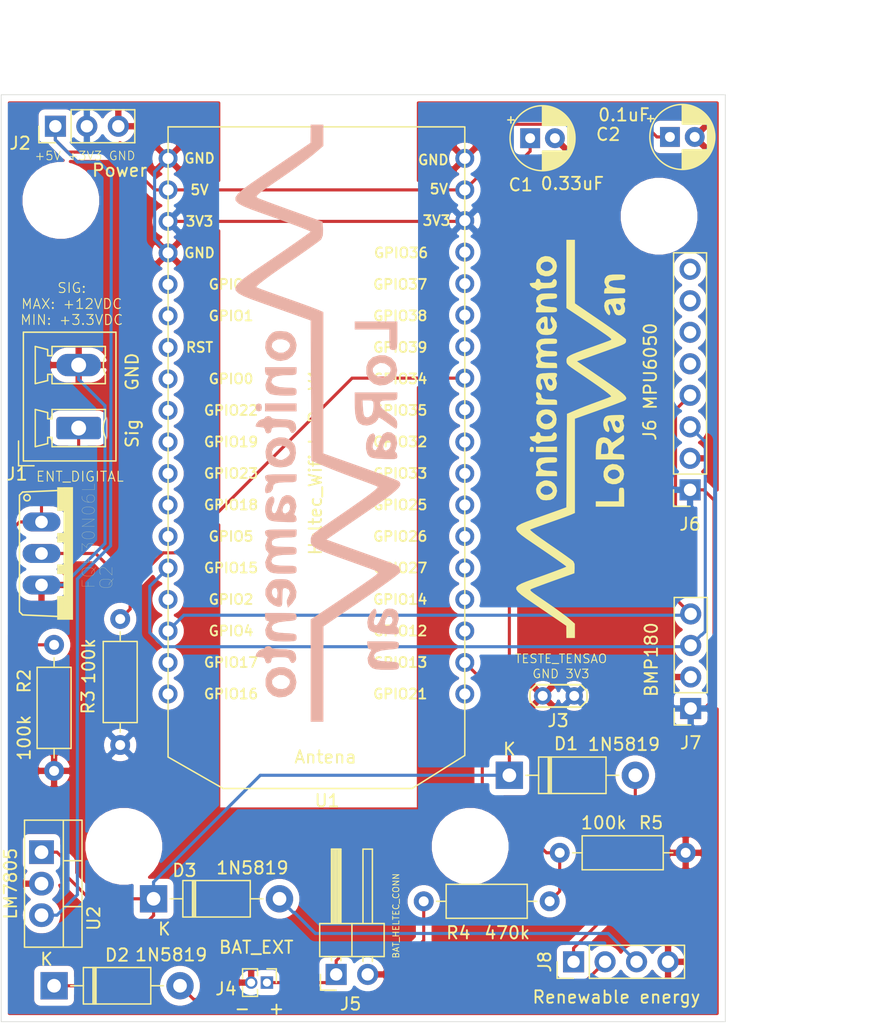
<source format=kicad_pcb>
(kicad_pcb (version 20171130) (host pcbnew 5.1.5+dfsg1-2build2)
  (layers (0 F.Cu signal) (31 B.Cu signal) (34 B.Paste user) (35 F.Paste user) (36 B.SilkS user) (37 F.SilkS user) (38 B.Mask user) (39 F.Mask user) (44 Edge.Cuts user))
  (net 0 "")
  (net 1 "Net-(J1-Pad1)")
  (net 2 GND)
  (net 3 +5V)
  (net 4 +3V3)
  (net 5 VBAT)
  (net 6 I2C_SCL)
  (net 7 I2C_SDA)
  (net 8 ENT_DIGITAL)
  (net 9 ADC_BAT)
  (net 10 "Net-(C1-Pad1)")
  (net 11 "Net-(D1-Pad2)")
  (net 12 "Net-(D2-Pad2)")
  (net 13 "Net-(D3-Pad2)")
  (module logo_monitoramento_lorawan:logo_monitoramento_lorawan_pequeno (layer F.Cu) (at 123.698 42.7228 90)
    (fp_text reference G*** hide)
    (fp_text value LOGO hide)
  )
  (module logo_monitoramento_lorawan:logo_monitoramento_lorawan (layer B.Cu) (at 103.2764 41.3512 270)
    (fp_text reference G*** hide)
    (fp_text value LOGO hide)
  )
  (module heltec_wifi_lora_v1:Arduino_UNO_R3_OnlyMountingHoles (layer F.Cu) (at 102.87 32.1564)
    (fp_text reference " " (at 0 -5.6896 180) (layer F.SilkS))
    (fp_text value Arduino_UNO_R3_OnlyMountingHoles)
    (pad "" np_thru_hole circle (at -15.3035 43.3705) (size 3.2 3.2) (drill 3.2) (layers *.Cu *.Mask) (clearance 1.5))
    (pad "" np_thru_hole circle (at 12.6365 43.3705) (size 3.2 3.2) (drill 3.2) (layers *.Cu *.Mask) (clearance 1.5))
    (pad "" np_thru_hole circle (at 27.8765 -7.4295) (size 3.2 3.2) (drill 3.2) (layers *.Cu *.Mask) (clearance 1.5))
    (pad "" np_thru_hole circle (at -20.3835 -8.6995) (size 3.2 3.2) (drill 3.2) (layers *.Cu *.Mask) (clearance 1.5))
  )
  (module Connector_Phoenix_MC_HighVoltage:PhoenixContact_MCV_1,5_2-G-5.08_1x02_P5.08mm_Vertical (layer F.Cu) (at 83.9216 41.8084 90)
    (fp_text reference J1 (at -3.7084 -4.9784) (layer F.SilkS))
    (fp_text value ENT_DIGITAL (at -3.9116 0.1016 180) (layer F.SilkS) (effects (font (size 0.8 0.8) (thickness 0.08))))
    (pad 1 thru_hole roundrect (at 0 0 90) (size 1.8 3.6) (drill 1.2) (layers *.Cu *.Mask) (roundrect_rratio 0.138889) (net 1 "Net-(J1-Pad1)"))
    (pad 2 thru_hole oval (at 5.08 0 90) (size 1.8 3.6) (drill 1.2) (layers *.Cu *.Mask) (net 2 GND))
  )
  (module Connector_PinHeader_2.54mm:PinHeader_1x03_P2.54mm_Vertical (layer F.Cu) (at 82.042 17.4752 90)
    (fp_text reference J2 (at -1.3716 -2.8448) (layer F.SilkS))
    (fp_text value Power (at -3.556 5.1816 180) (layer F.SilkS))
    (pad 1 thru_hole rect (at 0 0 90) (size 1.7 1.7) (drill 1) (layers *.Cu *.Mask) (net 3 +5V))
    (pad 2 thru_hole oval (at 0 2.54 90) (size 1.7 1.7) (drill 1) (layers *.Cu *.Mask) (net 4 +3V3))
    (pad 3 thru_hole oval (at 0 5.08 90) (size 1.7 1.7) (drill 1) (layers *.Cu *.Mask) (net 2 GND))
  )
  (module Connector_PinHeader_2.54mm:PinHeader_1x02_P2.54mm_Horizontal (layer F.Cu) (at 104.6988 85.852 90)
    (fp_text reference J5 (at -2.3876 1.1684 180) (layer F.SilkS))
    (fp_text value BAT_HELTEC_CONN (at 4.7244 4.826 90) (layer F.SilkS) (effects (font (size 0.5 0.5) (thickness 0.07))))
    (pad 1 thru_hole rect (at 0 0 90) (size 1.7 1.7) (drill 1) (layers *.Cu *.Mask) (net 5 VBAT))
    (pad 2 thru_hole oval (at 0 2.54 90) (size 1.7 1.7) (drill 1) (layers *.Cu *.Mask) (net 2 GND))
  )
  (module Connector_PinSocket_2.54mm:PinSocket_1x08_P2.54mm_Vertical (layer F.Cu) (at 133.2484 46.7868 180)
    (fp_text reference J6 (at 0 -2.77) (layer F.SilkS))
    (fp_text value MPU6050 (at 3.2004 9.9568 90) (layer F.SilkS))
    (fp_text user %R (at 3.2512 4.826 90) (layer F.SilkS))
    (pad 1 thru_hole rect (at 0 0 180) (size 1.7 1.7) (drill 1) (layers *.Cu *.Mask) (net 4 +3V3))
    (pad 2 thru_hole oval (at 0 2.54 180) (size 1.7 1.7) (drill 1) (layers *.Cu *.Mask) (net 2 GND))
    (pad 3 thru_hole oval (at 0 5.08 180) (size 1.7 1.7) (drill 1) (layers *.Cu *.Mask) (net 6 I2C_SCL))
    (pad 4 thru_hole oval (at 0 7.62 180) (size 1.7 1.7) (drill 1) (layers *.Cu *.Mask) (net 7 I2C_SDA))
    (pad 5 thru_hole oval (at 0 10.16 180) (size 1.7 1.7) (drill 1) (layers *.Cu *.Mask))
    (pad 6 thru_hole oval (at 0 12.7 180) (size 1.7 1.7) (drill 1) (layers *.Cu *.Mask))
    (pad 7 thru_hole oval (at 0 15.24 180) (size 1.7 1.7) (drill 1) (layers *.Cu *.Mask))
    (pad 8 thru_hole oval (at 0 17.78 180) (size 1.7 1.7) (drill 1) (layers *.Cu *.Mask))
  )
  (module Connector_PinSocket_2.54mm:PinSocket_1x04_P2.54mm_Vertical (layer F.Cu) (at 133.2992 64.4144 180)
    (fp_text reference J7 (at 0 -2.77) (layer F.SilkS))
    (fp_text value BMP180 (at 3.175 3.937 90) (layer F.SilkS))
    (pad 1 thru_hole rect (at 0 0 180) (size 1.7 1.7) (drill 1) (layers *.Cu *.Mask) (net 4 +3V3))
    (pad 2 thru_hole oval (at 0 2.54 180) (size 1.7 1.7) (drill 1) (layers *.Cu *.Mask) (net 2 GND))
    (pad 3 thru_hole oval (at 0 5.08 180) (size 1.7 1.7) (drill 1) (layers *.Cu *.Mask) (net 6 I2C_SCL))
    (pad 4 thru_hole oval (at 0 7.62 180) (size 1.7 1.7) (drill 1) (layers *.Cu *.Mask) (net 7 I2C_SDA))
  )
  (module fqp30n06l:TO220V (layer F.Cu) (at 83.4644 51.9176 270)
    (fp_text reference Q2 (at 1.9304 -2.6924 90) (layer F.SilkS) (effects (font (size 1.000362 1.000362) (thickness 0.015))))
    (fp_text value FQP30N06L (at -1.4224 -1.27 90) (layer F.SilkS) (effects (font (size 1.001118 1.001118) (thickness 0.015))))
    (pad 1 thru_hole oval (at -2.54 2.54 270) (size 1.524 3.048) (drill 1.016) (layers *.Cu *.Mask) (net 1 "Net-(J1-Pad1)"))
    (pad 2 thru_hole oval (at 0 2.54 270) (size 1.524 3.048) (drill 1.016) (layers *.Cu *.Mask) (net 8 ENT_DIGITAL))
    (pad 3 thru_hole oval (at 2.54 2.54 270) (size 1.524 3.048) (drill 1.016) (layers *.Cu *.Mask) (net 2 GND))
  )
  (module Resistor_THT:R_Axial_DIN0207_L6.3mm_D2.5mm_P10.16mm_Horizontal (layer F.Cu) (at 81.9404 59.2836 270)
    (fp_text reference R2 (at 2.921 2.413 90) (layer F.SilkS))
    (fp_text value 100k (at 7.493 2.413 90) (layer F.SilkS))
    (pad 2 thru_hole oval (at 10.16 0 270) (size 1.6 1.6) (drill 0.8) (layers *.Cu *.Mask) (net 2 GND))
    (pad 1 thru_hole circle (at 0 0 270) (size 1.6 1.6) (drill 0.8) (layers *.Cu *.Mask) (net 1 "Net-(J1-Pad1)"))
  )
  (module Resistor_THT:R_Axial_DIN0207_L6.3mm_D2.5mm_P10.16mm_Horizontal (layer F.Cu) (at 87.2744 67.3608 90)
    (fp_text reference R3 (at 3.4544 -2.5908 90) (layer F.SilkS))
    (fp_text value 100k (at 6.7564 -2.54 90) (layer F.SilkS))
    (pad 1 thru_hole circle (at 0 0 90) (size 1.6 1.6) (drill 0.8) (layers *.Cu *.Mask) (net 4 +3V3))
    (pad 2 thru_hole oval (at 10.16 0 90) (size 1.6 1.6) (drill 0.8) (layers *.Cu *.Mask) (net 8 ENT_DIGITAL))
  )
  (module Resistor_THT:R_Axial_DIN0207_L6.3mm_D2.5mm_P10.16mm_Horizontal (layer F.Cu) (at 111.76 79.9592)
    (fp_text reference R4 (at 2.794 2.54) (layer F.SilkS))
    (fp_text value 470k (at 6.731 2.54) (layer F.SilkS))
    (pad 2 thru_hole oval (at 10.16 0) (size 1.6 1.6) (drill 0.8) (layers *.Cu *.Mask) (net 9 ADC_BAT))
    (pad 1 thru_hole circle (at 0 0) (size 1.6 1.6) (drill 0.8) (layers *.Cu *.Mask) (net 5 VBAT))
  )
  (module Resistor_THT:R_Axial_DIN0207_L6.3mm_D2.5mm_P10.16mm_Horizontal (layer F.Cu) (at 122.7328 76.0476)
    (fp_text reference R5 (at 7.366 -2.413) (layer F.SilkS))
    (fp_text value 100k (at 3.556 -2.413) (layer F.SilkS))
    (pad 1 thru_hole circle (at 0 0) (size 1.6 1.6) (drill 0.8) (layers *.Cu *.Mask) (net 9 ADC_BAT))
    (pad 2 thru_hole oval (at 10.16 0) (size 1.6 1.6) (drill 0.8) (layers *.Cu *.Mask) (net 2 GND))
  )
  (module heltec_wifi_lora_v1:Heltec_WiFi_LoRa_V1 (layer F.Cu) (at 103.8352 45.466)
    (fp_text reference U1 (at 0.127 26.3906) (layer F.SilkS))
    (fp_text value Heltec_Wifi_LoRa_V1 (at -0.8128 -0.9652 90) (layer F.SilkS))
    (fp_text user GND (at -10.16 -25.4) (layer F.SilkS) (effects (font (size 0.8 0.8))))
    (fp_text user 3V3 (at -10.16 -20.32) (layer F.SilkS) (effects (font (size 0.8 0.8))))
    (fp_text user 5V (at -10.16 -22.86) (layer F.SilkS) (effects (font (size 0.8 0.8))))
    (fp_text user GND (at -10.16 -17.78) (layer F.SilkS) (effects (font (size 0.8 0.8))))
    (fp_text user GPIO3 (at -7.62 -15.24) (layer F.SilkS) (effects (font (size 0.8 0.8))))
    (fp_text user GPIO1 (at -7.62 -12.7) (layer F.SilkS) (effects (font (size 0.8 0.8))))
    (fp_text user RST (at -10.16 -10.16) (layer F.SilkS) (effects (font (size 0.8 0.8))))
    (fp_text user GPIO0 (at -7.62 -7.62) (layer F.SilkS) (effects (font (size 0.8 0.8))))
    (fp_text user GPIO22 (at -7.62 -5.08) (layer F.SilkS) (effects (font (size 0.8 0.8))))
    (fp_text user GPIO19 (at -7.62 -2.54) (layer F.SilkS) (effects (font (size 0.8 0.8))))
    (fp_text user GPIO23 (at -7.62 0) (layer F.SilkS) (effects (font (size 0.8 0.8))))
    (fp_text user GPIO18 (at -7.62 2.54) (layer F.SilkS) (effects (font (size 0.8 0.8))))
    (fp_text user GPIO5 (at -7.62 5.08) (layer F.SilkS) (effects (font (size 0.8 0.8))))
    (fp_text user GPIO15 (at -7.62 7.62) (layer F.SilkS) (effects (font (size 0.8 0.8))))
    (fp_text user GPIO2 (at -7.62 10.16) (layer F.SilkS) (effects (font (size 0.8 0.8))))
    (fp_text user GPIO4 (at -7.62 12.7) (layer F.SilkS) (effects (font (size 0.8 0.8))))
    (fp_text user GPIO17 (at -7.62 15.24) (layer F.SilkS) (effects (font (size 0.8 0.8))))
    (fp_text user GPIO16 (at -7.62 17.78) (layer F.SilkS) (effects (font (size 0.8 0.8))))
    (fp_text user GND (at 8.6995 -25.273) (layer F.SilkS) (effects (font (size 0.8 0.8))))
    (fp_text user 5V (at 9.144 -22.9235) (layer F.SilkS) (effects (font (size 0.8 0.8))))
    (fp_text user 3V3 (at 8.9535 -20.3835) (layer F.SilkS) (effects (font (size 0.8 0.8))))
    (fp_text user GPIO36 (at 6.096 -17.78) (layer F.SilkS) (effects (font (size 0.8 0.8))))
    (fp_text user GPIO37 (at 6.0325 -15.24) (layer F.SilkS) (effects (font (size 0.8 0.8))))
    (fp_text user GPIO38 (at 6.0325 -12.7) (layer F.SilkS) (effects (font (size 0.8 0.8))))
    (fp_text user GPIO39 (at 6.0325 -10.16) (layer F.SilkS) (effects (font (size 0.8 0.8))))
    (fp_text user GPIO34 (at 6.0325 -7.62) (layer F.SilkS) (effects (font (size 0.8 0.8))))
    (fp_text user GPIO35 (at 6.0325 -5.08) (layer F.SilkS) (effects (font (size 0.8 0.8))))
    (fp_text user GPIO32 (at 6.0325 -2.54) (layer F.SilkS) (effects (font (size 0.8 0.8))))
    (fp_text user GPIO33 (at 6.0325 0) (layer F.SilkS) (effects (font (size 0.8 0.8))))
    (fp_text user GPIO25 (at 6.0325 2.54) (layer F.SilkS) (effects (font (size 0.8 0.8))))
    (fp_text user GPIO26 (at 6.0325 5.08) (layer F.SilkS) (effects (font (size 0.8 0.8))))
    (fp_text user GPIO27 (at 6.0325 7.62) (layer F.SilkS) (effects (font (size 0.8 0.8))))
    (fp_text user GPIO14 (at 6.0325 10.16) (layer F.SilkS) (effects (font (size 0.8 0.8))))
    (fp_text user GPIO12 (at 6.0325 12.7) (layer F.SilkS) (effects (font (size 0.8 0.8))))
    (fp_text user GPIO13 (at 6.0325 15.24) (layer F.SilkS) (effects (font (size 0.8 0.8))))
    (fp_text user GPIO21 (at 6.0325 17.78) (layer F.SilkS) (effects (font (size 0.8 0.8))))
    (fp_text user Antena (at 0 22.86) (layer F.SilkS))
    (pad 1 thru_hole circle (at -12.7 -25.4) (size 1.524 1.524) (drill 0.9) (layers *.Cu *.Mask) (net 2 GND))
    (pad 2 thru_hole circle (at -12.7 -22.86) (size 1.524 1.524) (drill 0.9) (layers *.Cu *.Mask) (net 3 +5V))
    (pad 3 thru_hole circle (at -12.7 -20.32) (size 1.524 1.524) (drill 0.9) (layers *.Cu *.Mask) (net 4 +3V3))
    (pad 4 thru_hole circle (at -12.7 -17.78) (size 1.524 1.524) (drill 0.9) (layers *.Cu *.Mask) (net 2 GND))
    (pad 5 thru_hole circle (at -12.7 -15.24) (size 1.524 1.524) (drill 0.9) (layers *.Cu *.Mask))
    (pad 6 thru_hole circle (at -12.7 -12.7) (size 1.524 1.524) (drill 0.9) (layers *.Cu *.Mask))
    (pad 7 thru_hole circle (at -12.7 -10.16) (size 1.524 1.524) (drill 0.9) (layers *.Cu *.Mask))
    (pad 8 thru_hole circle (at -12.7 -7.62) (size 1.524 1.524) (drill 0.9) (layers *.Cu *.Mask))
    (pad 9 thru_hole circle (at -12.7 -5.08) (size 1.524 1.524) (drill 0.9) (layers *.Cu *.Mask))
    (pad 10 thru_hole circle (at -12.7 -2.54) (size 1.524 1.524) (drill 0.9) (layers *.Cu *.Mask))
    (pad 11 thru_hole circle (at -12.7 0) (size 1.524 1.524) (drill 0.9) (layers *.Cu *.Mask))
    (pad 12 thru_hole circle (at -12.7 2.54) (size 1.524 1.524) (drill 0.9) (layers *.Cu *.Mask))
    (pad 13 thru_hole circle (at -12.7 5.08) (size 1.524 1.524) (drill 0.9) (layers *.Cu *.Mask))
    (pad 14 thru_hole circle (at -12.7 7.62) (size 1.524 1.524) (drill 0.9) (layers *.Cu *.Mask) (net 6 I2C_SCL))
    (pad 15 thru_hole circle (at -12.7 10.16) (size 1.524 1.524) (drill 0.9) (layers *.Cu *.Mask))
    (pad 16 thru_hole circle (at -12.7 12.7) (size 1.524 1.524) (drill 0.9) (layers *.Cu *.Mask) (net 7 I2C_SDA))
    (pad 17 thru_hole circle (at -12.7 15.24) (size 1.524 1.524) (drill 0.9) (layers *.Cu *.Mask))
    (pad 18 thru_hole circle (at -12.7 17.78) (size 1.524 1.524) (drill 0.9) (layers *.Cu *.Mask))
    (pad 19 thru_hole circle (at 11.2395 17.78) (size 1.524 1.524) (drill 0.9) (layers *.Cu *.Mask))
    (pad 20 thru_hole circle (at 11.2395 15.24) (size 1.524 1.524) (drill 0.9) (layers *.Cu *.Mask) (net 9 ADC_BAT))
    (pad 21 thru_hole circle (at 11.2395 12.7) (size 1.524 1.524) (drill 0.9) (layers *.Cu *.Mask))
    (pad 22 thru_hole circle (at 11.2395 10.16) (size 1.524 1.524) (drill 0.9) (layers *.Cu *.Mask))
    (pad 23 thru_hole circle (at 11.2395 7.62) (size 1.524 1.524) (drill 0.9) (layers *.Cu *.Mask))
    (pad 24 thru_hole circle (at 11.2395 5.08) (size 1.524 1.524) (drill 0.9) (layers *.Cu *.Mask))
    (pad 25 thru_hole circle (at 11.2395 2.54) (size 1.524 1.524) (drill 0.9) (layers *.Cu *.Mask))
    (pad 26 thru_hole circle (at 11.2395 0) (size 1.524 1.524) (drill 0.9) (layers *.Cu *.Mask))
    (pad 27 thru_hole circle (at 11.2395 -2.54) (size 1.524 1.524) (drill 0.9) (layers *.Cu *.Mask))
    (pad 28 thru_hole circle (at 11.2395 -5.1435) (size 1.524 1.524) (drill 0.9) (layers *.Cu *.Mask))
    (pad 29 thru_hole circle (at 11.2395 -7.6835) (size 1.524 1.524) (drill 0.9) (layers *.Cu *.Mask) (net 8 ENT_DIGITAL))
    (pad 30 thru_hole circle (at 11.2395 -10.2235) (size 1.524 1.524) (drill 0.9) (layers *.Cu *.Mask))
    (pad 31 thru_hole circle (at 11.2395 -12.7635) (size 1.524 1.524) (drill 0.9) (layers *.Cu *.Mask))
    (pad 32 thru_hole circle (at 11.2395 -15.3035) (size 1.524 1.524) (drill 0.9) (layers *.Cu *.Mask))
    (pad 33 thru_hole circle (at 11.2395 -17.8435) (size 1.524 1.524) (drill 0.9) (layers *.Cu *.Mask))
    (pad 34 thru_hole circle (at 11.2395 -20.3835) (size 1.524 1.524) (drill 0.9) (layers *.Cu *.Mask) (net 4 +3V3))
    (pad 35 thru_hole circle (at 11.2395 -22.86) (size 1.524 1.524) (drill 0.9) (layers *.Cu *.Mask) (net 3 +5V))
    (pad 36 thru_hole circle (at 11.2395 -25.4) (size 1.524 1.524) (drill 0.9) (layers *.Cu *.Mask) (net 2 GND))
  )
  (module TestPoint:TestPoint_2Pads_Pitch2.54mm_Drill0.8mm (layer F.Cu) (at 123.9012 63.3984 180)
    (fp_text reference J3 (at 1.3 -2) (layer F.SilkS))
    (fp_text value TESTE_TENSAO (at 1.0668 2.9972) (layer F.SilkS) (effects (font (size 0.7 0.7) (thickness 0.08))))
    (pad 1 thru_hole circle (at 0 0 180) (size 1.4 1.4) (drill 0.8) (layers *.Cu *.Mask) (net 4 +3V3))
    (pad 2 thru_hole circle (at 2.54 0 180) (size 1.4 1.4) (drill 0.8) (layers *.Cu *.Mask) (net 2 GND))
  )
  (module Capacitor_THT:CP_Radial_D5.0mm_P2.00mm (layer F.Cu) (at 120.3452 18.4404)
    (fp_text reference C1 (at -0.762 3.7592) (layer F.SilkS))
    (fp_text value 0.33uF (at 3.4036 3.6576) (layer F.SilkS))
    (pad 1 thru_hole rect (at 0 0) (size 1.6 1.6) (drill 0.8) (layers *.Cu *.Mask) (net 10 "Net-(C1-Pad1)"))
    (pad 2 thru_hole circle (at 2 0) (size 1.6 1.6) (drill 0.8) (layers *.Cu *.Mask) (net 2 GND))
  )
  (module Capacitor_THT:CP_Radial_D5.0mm_P2.00mm (layer F.Cu) (at 131.6228 18.3388)
    (fp_text reference C2 (at -4.9784 -0.2032) (layer F.SilkS))
    (fp_text value 0.1uF (at -3.7084 -1.778) (layer F.SilkS))
    (pad 2 thru_hole circle (at 2 0) (size 1.6 1.6) (drill 0.8) (layers *.Cu *.Mask) (net 2 GND))
    (pad 1 thru_hole rect (at 0 0) (size 1.6 1.6) (drill 0.8) (layers *.Cu *.Mask) (net 3 +5V))
  )
  (module Diode_THT:D_DO-41_SOD81_P10.16mm_Horizontal (layer F.Cu) (at 118.6688 69.7992)
    (fp_text reference D1 (at 4.572 -2.54) (layer F.SilkS))
    (fp_text value 1N5819 (at 9.2456 -2.4892) (layer F.SilkS))
    (fp_text user K (at 0 -2.1) (layer F.SilkS))
    (pad 1 thru_hole rect (at 0 0) (size 2.2 2.2) (drill 1.1) (layers *.Cu *.Mask) (net 10 "Net-(C1-Pad1)"))
    (pad 2 thru_hole oval (at 10.16 0) (size 2.2 2.2) (drill 1.1) (layers *.Cu *.Mask) (net 11 "Net-(D1-Pad2)"))
  )
  (module Diode_THT:D_DO-41_SOD81_P10.16mm_Horizontal (layer F.Cu) (at 81.9404 86.7664)
    (fp_text reference D2 (at 5.08 -2.47) (layer F.SilkS))
    (fp_text value 1N5819 (at 9.4488 -2.4892) (layer F.SilkS))
    (fp_text user K (at -0.6096 -2.1336) (layer F.SilkS))
    (pad 2 thru_hole oval (at 10.16 0) (size 2.2 2.2) (drill 1.1) (layers *.Cu *.Mask) (net 12 "Net-(D2-Pad2)"))
    (pad 1 thru_hole rect (at 0 0) (size 2.2 2.2) (drill 1.1) (layers *.Cu *.Mask) (net 10 "Net-(C1-Pad1)"))
  )
  (module Diode_THT:D_DO-41_SOD81_P10.16mm_Horizontal (layer F.Cu) (at 89.9668 79.756)
    (fp_text reference D3 (at 2.4892 -2.286) (layer F.SilkS))
    (fp_text value 1N5819 (at 7.9756 -2.4892) (layer F.SilkS))
    (fp_text user K (at 0.8636 2.4384) (layer F.SilkS))
    (pad 1 thru_hole rect (at 0 0) (size 2.2 2.2) (drill 1.1) (layers *.Cu *.Mask) (net 10 "Net-(C1-Pad1)"))
    (pad 2 thru_hole oval (at 10.16 0) (size 2.2 2.2) (drill 1.1) (layers *.Cu *.Mask) (net 13 "Net-(D3-Pad2)"))
  )
  (module Connector_PinHeader_2.54mm:PinHeader_1x04_P2.54mm_Vertical (layer F.Cu) (at 123.8504 84.836 90)
    (fp_text reference J8 (at 0 -2.33 90) (layer F.SilkS))
    (fp_text value "Renewable energy" (at -2.8448 3.4544 180) (layer F.SilkS))
    (pad 1 thru_hole rect (at 0 0 90) (size 1.7 1.7) (drill 1) (layers *.Cu *.Mask) (net 11 "Net-(D1-Pad2)"))
    (pad 2 thru_hole oval (at 0 2.54 90) (size 1.7 1.7) (drill 1) (layers *.Cu *.Mask) (net 12 "Net-(D2-Pad2)"))
    (pad 3 thru_hole oval (at 0 5.08 90) (size 1.7 1.7) (drill 1) (layers *.Cu *.Mask) (net 13 "Net-(D3-Pad2)"))
    (pad 4 thru_hole oval (at 0 7.62 90) (size 1.7 1.7) (drill 1) (layers *.Cu *.Mask) (net 2 GND))
  )
  (module Package_TO_SOT_THT:TO-220-3_Vertical (layer F.Cu) (at 80.9244 75.9968 270)
    (fp_text reference U2 (at 5.334 -4.2164 90) (layer F.SilkS))
    (fp_text value LM7805 (at 2.54 2.5 90) (layer F.SilkS))
    (pad 1 thru_hole rect (at 0 0 270) (size 1.905 2) (drill 1.1) (layers *.Cu *.Mask) (net 10 "Net-(C1-Pad1)"))
    (pad 2 thru_hole oval (at 2.54 0 270) (size 1.905 2) (drill 1.1) (layers *.Cu *.Mask) (net 2 GND))
    (pad 3 thru_hole oval (at 5.08 0 270) (size 1.905 2) (drill 1.1) (layers *.Cu *.Mask) (net 3 +5V))
  )
  (module Connector_PinHeader_1.27mm:PinHeader_1x02_P1.27mm_Vertical (layer F.Cu) (at 99.1108 86.5124 270)
    (fp_text reference J4 (at 0.508 3.302 180) (layer F.SilkS))
    (fp_text value BAT_EXT (at -2.8448 0.8636 180) (layer F.SilkS))
    (pad 1 thru_hole rect (at 0 0 270) (size 1 1) (drill 0.65) (layers *.Cu *.Mask) (net 5 VBAT))
    (pad 2 thru_hole oval (at 0 1.27 270) (size 1 1) (drill 0.65) (layers *.Cu *.Mask) (net 2 GND))
  )
  (gr_line (start 77.6732 14.9352) (end 77.6732 15.2908) (layer Edge.Cuts) (width 0.05))
  (gr_line (start 77.8764 14.9352) (end 77.6732 14.9352) (layer Edge.Cuts) (width 0.05))
  (gr_line (start 136.0932 14.9352) (end 77.8764 14.9352) (layer Edge.Cuts) (width 0.05))
  (gr_line (start 136.0932 89.662) (end 136.0932 14.9352) (layer Edge.Cuts) (width 0.05))
  (gr_line (start 77.6732 89.662) (end 136.0932 89.662) (layer Edge.Cuts) (width 0.05))
  (gr_text "+5V +3V3 GND" (at 84.4296 19.8628) (layer F.SilkS) (effects (font (size 0.7 0.7) (thickness 0.07))))
  (gr_text "Sig   GND" (at 88.2396 39.5732 90) (layer F.SilkS) (effects (font (size 1 1))))
  (gr_text "-  +" (at 98.5012 88.5952) (layer F.SilkS) (effects (font (size 1 1))))
  (gr_line (start 77.6732 15.2908) (end 77.6732 89.662) (layer Edge.Cuts) (width 0.05))
  (gr_text "GND 3V3" (at 122.8344 61.6204) (layer F.SilkS) (effects (font (size 0.7 0.7) (thickness 0.08))))
  (gr_text "SIG:\nMAX: +12VDC\nMIN: +3.3VDC" (at 83.3628 31.8008) (layer F.SilkS) (effects (font (size 0.8 0.8) (thickness 0.08))))
  (segment (start 80.9244 49.3776) (end 80.9244 46.5328) (width 0.25) (layer F.Cu) (net 1))
  (segment (start 83.9216 43.5356) (end 83.9216 41.8084) (width 0.25) (layer F.Cu) (net 1))
  (segment (start 80.9244 46.5328) (end 83.9216 43.5356) (width 0.25) (layer F.Cu) (net 1))
  (segment (start 79.1504 49.3776) (end 78.5876 49.9404) (width 0.25) (layer F.Cu) (net 1))
  (segment (start 80.9244 49.3776) (end 79.1504 49.3776) (width 0.25) (layer F.Cu) (net 1))
  (segment (start 78.5876 49.9404) (end 78.5876 57.658) (width 0.25) (layer F.Cu) (net 1))
  (segment (start 80.2132 59.2836) (end 81.9404 59.2836) (width 0.25) (layer F.Cu) (net 1))
  (segment (start 78.5876 57.658) (end 80.2132 59.2836) (width 0.25) (layer F.Cu) (net 1))
  (segment (start 82.6984 54.4576) (end 80.9244 54.4576) (width 0.25) (layer B.Cu) (net 2))
  (segment (start 90.373201 20.827999) (end 91.1352 20.066) (width 0.25) (layer B.Cu) (net 2))
  (segment (start 90.048199 21.153001) (end 90.373201 20.827999) (width 0.25) (layer B.Cu) (net 2))
  (segment (start 90.048199 26.598999) (end 90.048199 21.153001) (width 0.25) (layer B.Cu) (net 2))
  (segment (start 91.1352 27.686) (end 90.048199 26.598999) (width 0.25) (layer B.Cu) (net 2))
  (segment (start 86.04661 51.10939) (end 82.6984 54.4576) (width 0.25) (layer B.Cu) (net 2))
  (segment (start 86.04661 40.00341) (end 86.04661 51.10939) (width 0.25) (layer B.Cu) (net 2))
  (segment (start 83.9216 36.7284) (end 83.9216 37.8784) (width 0.25) (layer B.Cu) (net 2))
  (segment (start 83.9216 37.8784) (end 86.04661 40.00341) (width 0.25) (layer B.Cu) (net 2))
  (segment (start 91.1352 22.606) (end 115.0747 22.606) (width 0.25) (layer F.Cu) (net 3))
  (segment (start 81.6831 80.8736) (end 81.6356 80.8736) (width 0.25) (layer B.Cu) (net 3))
  (segment (start 85.58222 20.35502) (end 83.82182 20.35502) (width 0.25) (layer B.Cu) (net 3))
  (segment (start 86.5632 21.336) (end 85.58222 20.35502) (width 0.25) (layer B.Cu) (net 3))
  (segment (start 86.49662 51.29579) (end 86.5632 21.336) (width 0.25) (layer B.Cu) (net 3))
  (segment (start 83.82182 20.35502) (end 82.042 18.5752) (width 0.25) (layer B.Cu) (net 3))
  (segment (start 83.82 79.4312) (end 83.82 53.97241) (width 0.25) (layer B.Cu) (net 3))
  (segment (start 82.1744 81.0768) (end 83.82 79.4312) (width 0.25) (layer B.Cu) (net 3))
  (segment (start 82.042 18.5752) (end 82.042 17.4752) (width 0.25) (layer B.Cu) (net 3))
  (segment (start 83.82 53.97241) (end 86.49662 51.29579) (width 0.25) (layer B.Cu) (net 3))
  (segment (start 80.9244 81.0768) (end 82.1744 81.0768) (width 0.25) (layer B.Cu) (net 3))
  (segment (start 129.549399 17.315399) (end 118.828601 17.315399) (width 0.25) (layer F.Cu) (net 3))
  (segment (start 130.5728 18.3388) (end 129.549399 17.315399) (width 0.25) (layer F.Cu) (net 3))
  (segment (start 131.6228 18.3388) (end 130.5728 18.3388) (width 0.25) (layer F.Cu) (net 3))
  (segment (start 118.828601 17.315399) (end 116.9416 19.2024) (width 0.25) (layer F.Cu) (net 3))
  (segment (start 116.9416 20.7391) (end 115.0747 22.606) (width 0.25) (layer F.Cu) (net 3))
  (segment (start 116.9416 19.2024) (end 116.9416 20.7391) (width 0.25) (layer F.Cu) (net 3))
  (segment (start 82.042 17.4752) (end 82.7532 17.4752) (width 0.25) (layer F.Cu) (net 3))
  (segment (start 90.05757 22.606) (end 87.00957 19.558) (width 0.25) (layer F.Cu) (net 3))
  (segment (start 91.1352 22.606) (end 90.05757 22.606) (width 0.25) (layer F.Cu) (net 3))
  (segment (start 82.042 18.5752) (end 82.042 17.4752) (width 0.25) (layer F.Cu) (net 3))
  (segment (start 83.0248 19.558) (end 82.042 18.5752) (width 0.25) (layer F.Cu) (net 3))
  (segment (start 87.00957 19.558) (end 83.0248 19.558) (width 0.25) (layer F.Cu) (net 3))
  (segment (start 115.0112 25.146) (end 115.0747 25.0825) (width 0.25) (layer F.Cu) (net 4))
  (segment (start 91.1352 25.146) (end 115.0112 25.146) (width 0.25) (layer F.Cu) (net 4))
  (segment (start 134.3992 64.4144) (end 135.1788 63.6348) (width 0.25) (layer F.Cu) (net 4))
  (segment (start 133.2992 64.4144) (end 134.3992 64.4144) (width 0.25) (layer F.Cu) (net 4))
  (segment (start 134.3484 46.7868) (end 133.2484 46.7868) (width 0.25) (layer F.Cu) (net 4))
  (segment (start 135.1788 47.6172) (end 134.3484 46.7868) (width 0.25) (layer F.Cu) (net 4))
  (segment (start 135.1788 63.6348) (end 135.1788 47.6172) (width 0.25) (layer F.Cu) (net 4))
  (segment (start 104.0384 86.5124) (end 104.6988 85.852) (width 0.25) (layer F.Cu) (net 5))
  (segment (start 99.1108 86.5124) (end 104.0384 86.5124) (width 0.25) (layer F.Cu) (net 5))
  (segment (start 104.6988 84.752) (end 105.1228 84.328) (width 0.25) (layer F.Cu) (net 5))
  (segment (start 104.6988 85.852) (end 104.6988 84.752) (width 0.25) (layer F.Cu) (net 5))
  (segment (start 105.1228 84.328) (end 110.5408 84.328) (width 0.25) (layer F.Cu) (net 5))
  (segment (start 111.76 83.1088) (end 111.76 79.9592) (width 0.25) (layer F.Cu) (net 5))
  (segment (start 110.5408 84.328) (end 111.76 83.1088) (width 0.25) (layer F.Cu) (net 5))
  (segment (start 89.662 54.5592) (end 91.1352 53.086) (width 0.25) (layer B.Cu) (net 6))
  (segment (start 89.662 58.301562) (end 89.662 54.5592) (width 0.25) (layer B.Cu) (net 6))
  (segment (start 90.796438 59.436) (end 89.662 58.301562) (width 0.25) (layer B.Cu) (net 6))
  (segment (start 133.1976 59.436) (end 90.796438 59.436) (width 0.25) (layer B.Cu) (net 6))
  (segment (start 133.2992 59.3344) (end 133.1976 59.436) (width 0.25) (layer B.Cu) (net 6))
  (segment (start 134.149199 58.484401) (end 134.199999 58.484401) (width 0.25) (layer B.Cu) (net 6))
  (segment (start 133.2992 59.3344) (end 134.149199 58.484401) (width 0.25) (layer B.Cu) (net 6))
  (segment (start 134.474201 58.210199) (end 134.474201 42.817799) (width 0.25) (layer B.Cu) (net 6))
  (segment (start 134.199999 58.484401) (end 134.474201 58.210199) (width 0.25) (layer B.Cu) (net 6))
  (segment (start 134.359399 42.817799) (end 133.2484 41.7068) (width 0.25) (layer B.Cu) (net 6))
  (segment (start 134.474201 42.817799) (end 134.359399 42.817799) (width 0.25) (layer B.Cu) (net 6))
  (segment (start 92.4052 56.896) (end 91.1352 58.166) (width 0.25) (layer B.Cu) (net 7))
  (segment (start 133.1976 56.896) (end 92.4052 56.896) (width 0.25) (layer B.Cu) (net 7))
  (segment (start 133.2992 56.7944) (end 133.1976 56.896) (width 0.25) (layer B.Cu) (net 7))
  (segment (start 132.449201 55.944401) (end 133.2992 56.7944) (width 0.25) (layer F.Cu) (net 7))
  (segment (start 132.073399 55.568599) (end 132.449201 55.944401) (width 0.25) (layer F.Cu) (net 7))
  (segment (start 132.073399 40.341801) (end 132.073399 55.568599) (width 0.25) (layer F.Cu) (net 7))
  (segment (start 133.2484 39.1668) (end 132.073399 40.341801) (width 0.25) (layer F.Cu) (net 7))
  (segment (start 88.074399 56.400801) (end 88.074399 54.698799) (width 0.25) (layer F.Cu) (net 8))
  (segment (start 87.2744 57.2008) (end 88.074399 56.400801) (width 0.25) (layer F.Cu) (net 8))
  (segment (start 85.2932 51.9176) (end 80.9244 51.9176) (width 0.25) (layer F.Cu) (net 8))
  (segment (start 88.074399 54.698799) (end 85.2932 51.9176) (width 0.25) (layer F.Cu) (net 8))
  (segment (start 88.074399 54.538039) (end 88.074399 54.698799) (width 0.25) (layer F.Cu) (net 8))
  (segment (start 90.745638 51.8668) (end 88.074399 54.538039) (width 0.25) (layer F.Cu) (net 8))
  (segment (start 91.8972 51.8668) (end 90.745638 51.8668) (width 0.25) (layer F.Cu) (net 8))
  (segment (start 105.9815 37.7825) (end 91.8972 51.8668) (width 0.25) (layer F.Cu) (net 8))
  (segment (start 115.0747 37.7825) (end 105.9815 37.7825) (width 0.25) (layer F.Cu) (net 8))
  (segment (start 122.7328 79.1464) (end 121.92 79.9592) (width 0.25) (layer F.Cu) (net 9))
  (segment (start 122.7328 76.0476) (end 122.7328 79.1464) (width 0.25) (layer F.Cu) (net 9))
  (segment (start 121.666 76.0476) (end 122.7328 76.0476) (width 0.25) (layer F.Cu) (net 9))
  (segment (start 116.4844 70.866) (end 121.666 76.0476) (width 0.25) (layer F.Cu) (net 9))
  (segment (start 116.4844 62.1157) (end 116.4844 70.866) (width 0.25) (layer F.Cu) (net 9))
  (segment (start 115.0747 60.706) (end 116.4844 62.1157) (width 0.25) (layer F.Cu) (net 9))
  (segment (start 118.6688 68.4492) (end 118.6688 69.7992) (width 0.25) (layer F.Cu) (net 10))
  (segment (start 83.2904 86.7664) (end 81.9404 86.7664) (width 0.25) (layer F.Cu) (net 10))
  (segment (start 84.3064 86.7664) (end 83.2904 86.7664) (width 0.25) (layer F.Cu) (net 10))
  (segment (start 89.9668 81.106) (end 84.3064 86.7664) (width 0.25) (layer F.Cu) (net 10))
  (segment (start 89.9668 79.756) (end 89.9668 81.106) (width 0.25) (layer F.Cu) (net 10))
  (segment (start 81.6831 75.7936) (end 81.6356 75.7936) (width 0.25) (layer F.Cu) (net 10))
  (segment (start 89.9668 78.406) (end 89.9668 79.756) (width 0.25) (layer B.Cu) (net 10))
  (segment (start 98.5736 69.7992) (end 89.9668 78.406) (width 0.25) (layer B.Cu) (net 10))
  (segment (start 118.6688 69.7992) (end 98.5736 69.7992) (width 0.25) (layer B.Cu) (net 10))
  (segment (start 82.1744 75.9968) (end 80.9244 75.9968) (width 0.25) (layer F.Cu) (net 10))
  (segment (start 83.0072 76.8296) (end 82.1744 75.9968) (width 0.25) (layer F.Cu) (net 10))
  (segment (start 83.0072 77.978) (end 83.0072 76.8296) (width 0.25) (layer F.Cu) (net 10))
  (segment (start 84.7852 79.756) (end 83.0072 77.978) (width 0.25) (layer F.Cu) (net 10))
  (segment (start 89.9668 79.756) (end 84.7852 79.756) (width 0.25) (layer F.Cu) (net 10))
  (segment (start 118.6688 21.1668) (end 118.6688 25.908) (width 0.25) (layer F.Cu) (net 10))
  (segment (start 120.3452 19.4904) (end 118.6688 21.1668) (width 0.25) (layer F.Cu) (net 10))
  (segment (start 120.3452 18.4404) (end 120.3452 19.4904) (width 0.25) (layer F.Cu) (net 10))
  (segment (start 118.6688 25.908) (end 118.6688 68.4492) (width 0.25) (layer F.Cu) (net 10))
  (segment (start 118.6688 25.8404) (end 118.6688 25.908) (width 0.25) (layer F.Cu) (net 10))
  (segment (start 123.8504 83.736) (end 128.8288 78.7576) (width 0.25) (layer F.Cu) (net 11))
  (segment (start 128.8288 78.7576) (end 128.8288 69.7992) (width 0.25) (layer F.Cu) (net 11))
  (segment (start 123.8504 84.836) (end 123.8504 83.736) (width 0.25) (layer F.Cu) (net 11))
  (segment (start 123.360001 87.866399) (end 125.540401 85.685999) (width 0.25) (layer F.Cu) (net 12))
  (segment (start 93.200399 87.866399) (end 123.360001 87.866399) (width 0.25) (layer F.Cu) (net 12))
  (segment (start 125.540401 85.685999) (end 126.3904 84.836) (width 0.25) (layer F.Cu) (net 12))
  (segment (start 92.1004 86.7664) (end 93.200399 87.866399) (width 0.25) (layer F.Cu) (net 12))
  (segment (start 101.226799 80.855999) (end 101.328399 80.855999) (width 0.25) (layer B.Cu) (net 13))
  (segment (start 100.1268 79.756) (end 101.226799 80.855999) (width 0.25) (layer B.Cu) (net 13))
  (segment (start 101.328399 80.855999) (end 103.0224 82.55) (width 0.25) (layer B.Cu) (net 13))
  (segment (start 126.6444 82.55) (end 128.9304 84.836) (width 0.25) (layer B.Cu) (net 13))
  (segment (start 103.0224 82.55) (end 126.6444 82.55) (width 0.25) (layer B.Cu) (net 13))
  (zone (net 2) (net_name GND) (layer F.Cu) (connect_pads (clearance 0.508)) (min_thickness 0.254) (fill yes (arc_segments 32) (thermal_gap 0.508) (thermal_bridge_width 0.508))
    (polygon (pts (xy 78.0288 15.1384) (xy 95.3516 15.1384) (xy 95.3516 72.39) (xy 111.2012 72.39) (xy 111.2012 15.1384) (xy 135.7376 15.1384) (xy 135.7376 89.2048) (xy 77.8764 89.2048) (xy 77.8764 15.24) (xy 78.0288 15.1384) (xy 77.8764 15.1384) (xy 78.1812 15.0368)))
  )
  (zone (net 4) (net_name +3V3) (layer B.Cu) (connect_pads (clearance 0.508)) (min_thickness 0.254) (fill yes (arc_segments 32) (thermal_gap 0.508) (thermal_bridge_width 0.508))
    (polygon (pts (xy 95.25 72.5424) (xy 111.3028 72.5424) (xy 111.3028 15.5448) (xy 135.4328 15.5448) (xy 135.4328 89.0524) (xy 78.0796 89.0524) (xy 78.0796 15.5448) (xy 95.25 15.5448)))
  )
)
</source>
